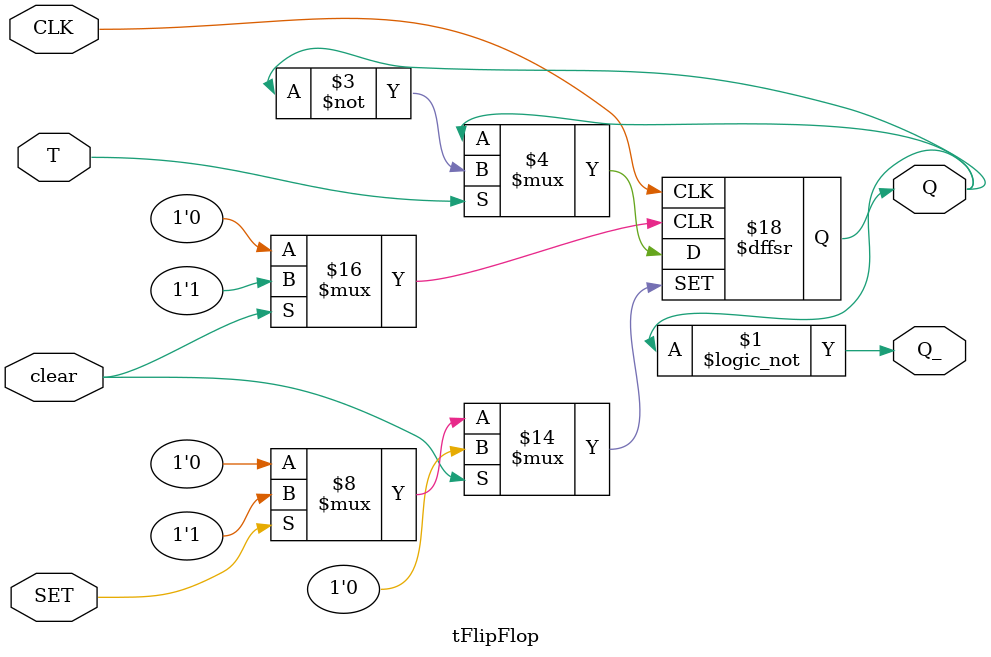
<source format=v>
module tFlipFlop(clear, CLK, T, Q, Q_, SET);
	
	input clear, CLK, T, SET;
	output reg Q;
	output Q_;
	
	assign Q_ = !Q;
	
	always @(posedge CLK or posedge clear or posedge SET) begin
	
		if (clear) begin
			Q <= 0;
			
		end else if (SET) begin
			Q <= 1;
			
		end else if (T) begin
			Q <= ~Q;
		end
		
	end

endmodule

</source>
